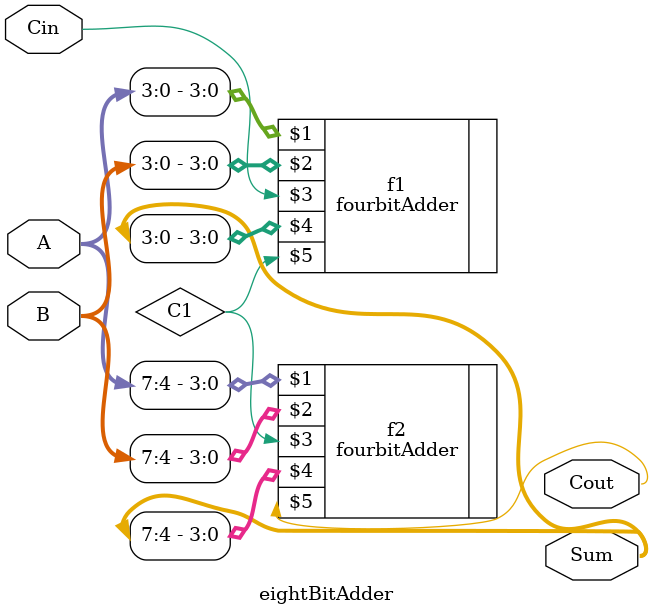
<source format=v>
`include "fourbitAdder.v"
module eightBitAdder(A,B,Cin,Sum,Cout);
	input [7:0] A,B;
	input Cin;
	output [7:0] Sum;
	output Cout;
	wire C1;
	
	fourbitAdder f1(A[3:0],B[3:0], Cin, Sum[3:0], C1);
	fourbitAdder f2(A[7:4],B[7:4], C1, Sum[7:4], Cout);
	
endmodule

</source>
